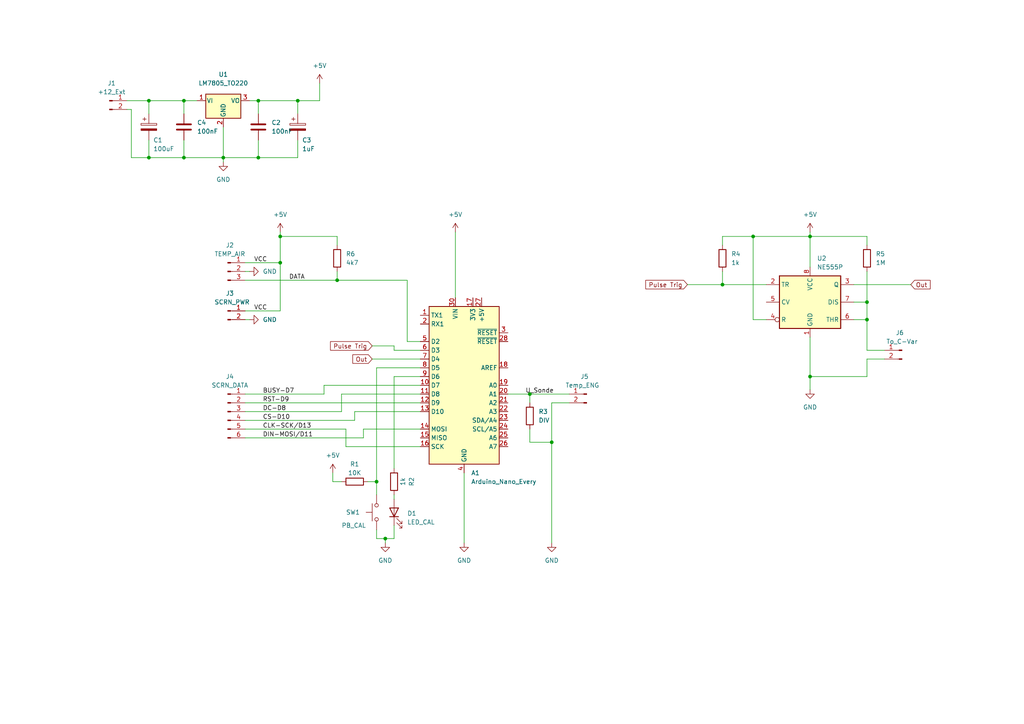
<source format=kicad_sch>
(kicad_sch (version 20211123) (generator eeschema)
  (paper "A4")
  (title_block (title "Open_Dashboard?") (date "2023-05-31") (rev "1") (comment 1 "Distributed under Gnu GPL-3"))
  (lib_symbols
    (symbol "Connector:Conn_01x02_Male" (pin_names (offset 1.016) hide)
      (property "Reference" "J" (at 0 2.54 0))
      (property "Value" "Conn_01x02_Male" (at 0 -5.08 0))
      (symbol "Conn_01x02_Male_1_1"
        (polyline (pts (xy 1.27 -2.54) (xy 0.8636 -2.54)) (stroke (width 0.1524)))
        (polyline (pts (xy 1.27 0) (xy 0.8636 0)) (stroke (width 0.1524)))
        (rectangle (start 0.8636 -2.413) (end 0 -2.667) (stroke (width 0.1524)) (fill (type outline)))
        (rectangle (start 0.8636 0.127) (end 0 -0.127) (stroke (width 0.1524)) (fill (type outline)))
        (pin passive line (at 5.08 0 180) (length 3.81) (name "Pin_1") (number "1"))
        (pin passive line (at 5.08 -2.54 180) (length 3.81) (name "Pin_2") (number "2"))
      )
    )
    (symbol "Connector:Conn_01x03_Male" (pin_names (offset 1.016) hide)
      (property "Reference" "J" (at 0 5.08 0))
      (property "Value" "Conn_01x03_Male" (at 0 -5.08 0))
      (symbol "Conn_01x03_Male_1_1"
        (polyline (pts (xy 1.27 -2.54) (xy 0.8636 -2.54)) (stroke (width 0.1524)))
        (polyline (pts (xy 1.27 0) (xy 0.8636 0)) (stroke (width 0.1524)))
        (polyline (pts (xy 1.27 2.54) (xy 0.8636 2.54)) (stroke (width 0.1524)))
        (rectangle (start 0.8636 -2.413) (end 0 -2.667) (stroke (width 0.1524)) (fill (type outline)))
        (rectangle (start 0.8636 0.127) (end 0 -0.127) (stroke (width 0.1524)) (fill (type outline)))
        (rectangle (start 0.8636 2.667) (end 0 2.413) (stroke (width 0.1524)) (fill (type outline)))
        (pin passive line (at 5.08 2.54 180) (length 3.81) (name "Pin_1") (number "1"))
        (pin passive line (at 5.08 0 180) (length 3.81) (name "Pin_2") (number "2"))
        (pin passive line (at 5.08 -2.54 180) (length 3.81) (name "Pin_3") (number "3"))
      )
    )
    (symbol "Connector:Conn_01x06_Male" (pin_names (offset 1.016) hide)
      (property "Reference" "J" (at 0 7.62 0))
      (property "Value" "Conn_01x06_Male" (at 0 -10.16 0))
      (symbol "Conn_01x06_Male_1_1"
        (polyline (pts (xy 1.27 -7.62) (xy 0.8636 -7.62)) (stroke (width 0.1524)))
        (polyline (pts (xy 1.27 -5.08) (xy 0.8636 -5.08)) (stroke (width 0.1524)))
        (polyline (pts (xy 1.27 -2.54) (xy 0.8636 -2.54)) (stroke (width 0.1524)))
        (polyline (pts (xy 1.27 0) (xy 0.8636 0)) (stroke (width 0.1524)))
        (polyline (pts (xy 1.27 2.54) (xy 0.8636 2.54)) (stroke (width 0.1524)))
        (polyline (pts (xy 1.27 5.08) (xy 0.8636 5.08)) (stroke (width 0.1524)))
        (rectangle (start 0.8636 -7.493) (end 0 -7.747) (stroke (width 0.1524)) (fill (type outline)))
        (rectangle (start 0.8636 -4.953) (end 0 -5.207) (stroke (width 0.1524)) (fill (type outline)))
        (rectangle (start 0.8636 -2.413) (end 0 -2.667) (stroke (width 0.1524)) (fill (type outline)))
        (rectangle (start 0.8636 0.127) (end 0 -0.127) (stroke (width 0.1524)) (fill (type outline)))
        (rectangle (start 0.8636 2.667) (end 0 2.413) (stroke (width 0.1524)) (fill (type outline)))
        (rectangle (start 0.8636 5.207) (end 0 4.953) (stroke (width 0.1524)) (fill (type outline)))
        (pin passive line (at 5.08 5.08 180) (length 3.81) (name "Pin_1") (number "1"))
        (pin passive line (at 5.08 2.54 180) (length 3.81) (name "Pin_2") (number "2"))
        (pin passive line (at 5.08 0 180) (length 3.81) (name "Pin_3") (number "3"))
        (pin passive line (at 5.08 -2.54 180) (length 3.81) (name "Pin_4") (number "4"))
        (pin passive line (at 5.08 -5.08 180) (length 3.81) (name "Pin_5") (number "5"))
        (pin passive line (at 5.08 -7.62 180) (length 3.81) (name "Pin_6") (number "6"))
      )
    )
    (symbol "Device:C" (pin_numbers hide) (pin_names (offset 0.254))
      (property "Reference" "C" (at 0.635 2.54 0))
      (property "Value" "C" (at 0.635 -2.54 0))
      (symbol "C_0_1"
        (polyline (pts (xy -2.032 -0.762) (xy 2.032 -0.762)) (stroke (width 0.508)))
        (polyline (pts (xy -2.032 0.762) (xy 2.032 0.762)) (stroke (width 0.508)))
      )
      (symbol "C_1_1"
        (pin passive line (at 0 3.81 270) (length 2.794) (name "~") (number "1"))
        (pin passive line (at 0 -3.81 90) (length 2.794) (name "~") (number "2"))
      )
    )
    (symbol "Device:C_Polarized" (pin_numbers hide) (pin_names (offset 0.254))
      (property "Reference" "C" (at 0.635 2.54 0))
      (property "Value" "C_Polarized" (at 0.635 -2.54 0))
      (symbol "C_Polarized_0_1"
        (rectangle (start -2.286 0.508) (end 2.286 1.016))
        (polyline (pts (xy -1.778 2.286) (xy -0.762 2.286)))
        (polyline (pts (xy -1.27 2.794) (xy -1.27 1.778)))
        (rectangle (start 2.286 -0.508) (end -2.286 -1.016) (fill (type outline)))
      )
      (symbol "C_Polarized_1_1"
        (pin passive line (at 0 3.81 270) (length 2.794) (name "~") (number "1"))
        (pin passive line (at 0 -3.81 90) (length 2.794) (name "~") (number "2"))
      )
    )
    (symbol "Device:LED" (pin_numbers hide) (pin_names (offset 1.016) hide)
      (property "Reference" "D" (at 0 2.54 0))
      (property "Value" "LED" (at 0 -2.54 0))
      (symbol "LED_0_1"
        (polyline (pts (xy -1.27 -1.27) (xy -1.27 1.27)) (stroke (width 0.254)))
        (polyline (pts (xy -1.27 0) (xy 1.27 0)))
        (polyline (pts (xy 1.27 -1.27) (xy 1.27 1.27) (xy -1.27 0) (xy 1.27 -1.27)) (stroke (width 0.254)))
        (polyline (pts (xy -3.048 -0.762) (xy -4.572 -2.286) (xy -3.81 -2.286) (xy -4.572 -2.286) (xy -4.572 -1.524)))
        (polyline (pts (xy -1.778 -0.762) (xy -3.302 -2.286) (xy -2.54 -2.286) (xy -3.302 -2.286) (xy -3.302 -1.524)))
      )
      (symbol "LED_1_1"
        (pin passive line (at -3.81 0 0) (length 2.54) (name "K") (number "1"))
        (pin passive line (at 3.81 0 180) (length 2.54) (name "A") (number "2"))
      )
    )
    (symbol "Device:R" (pin_numbers hide) (pin_names (offset 0))
      (property "Reference" "R" (at 2.032 0 90))
      (property "Value" "R" (at 0 0 90))
      (symbol "R_0_1"
        (rectangle (start -1.016 -2.54) (end 1.016 2.54) (stroke (width 0.254)))
      )
      (symbol "R_1_1"
        (pin passive line (at 0 3.81 270) (length 1.27) (name "~") (number "1"))
        (pin passive line (at 0 -3.81 90) (length 1.27) (name "~") (number "2"))
      )
    )
    (symbol "MCU_Module:Arduino_Nano_Every"
      (property "Reference" "A" (at -10.16 23.495 0))
      (property "Value" "Arduino_Nano_Every" (at 5.08 -24.13 0))
      (symbol "Arduino_Nano_Every_0_1"
        (rectangle (start -10.16 22.86) (end 10.16 -22.86) (stroke (width 0.254)) (fill (type background)))
      )
      (symbol "Arduino_Nano_Every_1_1"
        (pin bidirectional line (at -12.7 20.32 0) (length 2.54) (name "TX1") (number "1"))
        (pin bidirectional line (at -12.7 0 0) (length 2.54) (name "D7") (number "10"))
        (pin bidirectional line (at -12.7 -2.54 0) (length 2.54) (name "D8") (number "11"))
        (pin bidirectional line (at -12.7 -5.08 0) (length 2.54) (name "D9") (number "12"))
        (pin bidirectional line (at -12.7 -7.62 0) (length 2.54) (name "D10") (number "13"))
        (pin bidirectional line (at -12.7 -12.7 0) (length 2.54) (name "MOSI") (number "14"))
        (pin bidirectional line (at -12.7 -15.24 0) (length 2.54) (name "MISO") (number "15"))
        (pin bidirectional line (at -12.7 -17.78 0) (length 2.54) (name "SCK") (number "16"))
        (pin power_out line (at 2.54 25.4 270) (length 2.54) (name "3V3") (number "17"))
        (pin input line (at 12.7 5.08 180) (length 2.54) (name "AREF") (number "18"))
        (pin bidirectional line (at 12.7 0 180) (length 2.54) (name "A0") (number "19"))
        (pin bidirectional line (at -12.7 17.78 0) (length 2.54) (name "RX1") (number "2"))
        (pin bidirectional line (at 12.7 -2.54 180) (length 2.54) (name "A1") (number "20"))
        (pin bidirectional line (at 12.7 -5.08 180) (length 2.54) (name "A2") (number "21"))
        (pin bidirectional line (at 12.7 -7.62 180) (length 2.54) (name "A3") (number "22"))
        (pin bidirectional line (at 12.7 -10.16 180) (length 2.54) (name "SDA/A4") (number "23"))
        (pin bidirectional line (at 12.7 -12.7 180) (length 2.54) (name "SCL/A5") (number "24"))
        (pin bidirectional line (at 12.7 -15.24 180) (length 2.54) (name "A6") (number "25"))
        (pin bidirectional line (at 12.7 -17.78 180) (length 2.54) (name "A7") (number "26"))
        (pin power_out line (at 5.08 25.4 270) (length 2.54) (name "+5V") (number "27"))
        (pin input line (at 12.7 12.7 180) (length 2.54) (name "~{RESET}") (number "28"))
        (pin passive line (at 0 -25.4 90) (length 2.54) hide (name "GND") (number "29"))
        (pin input line (at 12.7 15.24 180) (length 2.54) (name "~{RESET}") (number "3"))
        (pin power_in line (at -2.54 25.4 270) (length 2.54) (name "VIN") (number "30"))
        (pin power_in line (at 0 -25.4 90) (length 2.54) (name "GND") (number "4"))
        (pin bidirectional line (at -12.7 12.7 0) (length 2.54) (name "D2") (number "5"))
        (pin bidirectional line (at -12.7 10.16 0) (length 2.54) (name "D3") (number "6"))
        (pin bidirectional line (at -12.7 7.62 0) (length 2.54) (name "D4") (number "7"))
        (pin bidirectional line (at -12.7 5.08 0) (length 2.54) (name "D5") (number "8"))
        (pin bidirectional line (at -12.7 2.54 0) (length 2.54) (name "D6") (number "9"))
      )
    )
    (symbol "Regulator_Linear:LM7805_TO220" (pin_names (offset 0.254))
      (property "Reference" "U" (at -3.81 3.175 0))
      (property "Value" "LM7805_TO220" (at 0 3.175 0))
      (symbol "LM7805_TO220_0_1"
        (rectangle (start -5.08 1.905) (end 5.08 -5.08) (stroke (width 0.254)) (fill (type background)))
      )
      (symbol "LM7805_TO220_1_1"
        (pin power_in line (at -7.62 0 0) (length 2.54) (name "VI") (number "1"))
        (pin power_in line (at 0 -7.62 90) (length 2.54) (name "GND") (number "2"))
        (pin power_out line (at 7.62 0 180) (length 2.54) (name "VO") (number "3"))
      )
    )
    (symbol "Switch:SW_Push" (pin_numbers hide) (pin_names (offset 1.016) hide)
      (property "Reference" "SW" (at 1.27 2.54 0))
      (property "Value" "SW_Push" (at 0 -1.524 0))
      (symbol "SW_Push_0_1"
        (circle (center -2.032 0) (radius 0.508))
        (polyline (pts (xy 0 1.27) (xy 0 3.048)))
        (polyline (pts (xy 2.54 1.27) (xy -2.54 1.27)))
        (circle (center 2.032 0) (radius 0.508))
        (pin passive line (at -5.08 0 0) (length 2.54) (name "1") (number "1"))
        (pin passive line (at 5.08 0 180) (length 2.54) (name "2") (number "2"))
      )
    )
    (symbol "Timer:NE555P"
      (property "Reference" "U" (at -10.16 8.89 0))
      (property "Value" "NE555P" (at 2.54 8.89 0))
      (symbol "NE555P_0_0"
        (pin power_in line (at 0 -10.16 90) (length 2.54) (name "GND") (number "1"))
        (pin power_in line (at 0 10.16 270) (length 2.54) (name "VCC") (number "8"))
      )
      (symbol "NE555P_0_1"
        (rectangle (start -8.89 -7.62) (end 8.89 7.62) (stroke (width 0.254)) (fill (type background)))
        (rectangle (start -8.89 -7.62) (end 8.89 7.62) (stroke (width 0.254)) (fill (type background)))
      )
      (symbol "NE555P_1_1"
        (pin input line (at -12.7 5.08 0) (length 3.81) (name "TR") (number "2"))
        (pin output line (at 12.7 5.08 180) (length 3.81) (name "Q") (number "3"))
        (pin input inverted (at -12.7 -5.08 0) (length 3.81) (name "R") (number "4"))
        (pin input line (at -12.7 0 0) (length 3.81) (name "CV") (number "5"))
        (pin input line (at 12.7 -5.08 180) (length 3.81) (name "THR") (number "6"))
        (pin input line (at 12.7 0 180) (length 3.81) (name "DIS") (number "7"))
      )
    )
    (symbol "power:+5V" (power) (pin_names (offset 0))
      (property "Value" "+5V" (at 0 3.556 0))
      (symbol "+5V_0_1"
        (polyline (pts (xy -0.762 1.27) (xy 0 2.54)))
        (polyline (pts (xy 0 0) (xy 0 2.54)))
        (polyline (pts (xy 0 2.54) (xy 0.762 1.27)))
      )
      (symbol "+5V_1_1"
        (pin power_in line (at 0 0 90) (length 0) hide (name "+5V") (number "1"))
      )
    )
    (symbol "power:GND" (power) (pin_names (offset 0))
      (property "Value" "GND" (at 0 -3.81 0))
      (symbol "GND_0_1"
        (polyline (pts (xy 0 0) (xy 0 -1.27) (xy 1.27 -1.27) (xy 0 -2.54) (xy -1.27 -1.27) (xy 0 -1.27)))
      )
      (symbol "GND_1_1"
        (pin power_in line (at 0 0 270) (length 0) hide (name "GND") (number "1"))
      )
    )
  )
  (junction (at 209.55 82.55))
  (junction (at 74.93 45.72))
  (junction (at 153.67 114.3))
  (junction (at 111.76 156.21))
  (junction (at 53.34 45.72))
  (junction (at 160.02 128.27))
  (junction (at 64.77 45.72))
  (junction (at 109.22 139.7))
  (junction (at 53.34 29.21))
  (junction (at 74.93 29.21))
  (junction (at 81.28 68.58))
  (junction (at 97.79 81.28))
  (junction (at 218.44 68.58))
  (junction (at 234.95 68.58))
  (junction (at 43.18 45.72))
  (junction (at 251.46 92.71))
  (junction (at 251.46 87.63))
  (junction (at 86.36 29.21))
  (junction (at 234.95 109.22))
  (junction (at 81.28 76.2))
  (junction (at 43.18 29.21))
  (wire (pts (xy 86.36 29.21) (xy 86.36 33.02)))
  (wire (pts (xy 251.46 78.74) (xy 251.46 87.63)))
  (wire (pts (xy 153.67 114.3) (xy 165.1 114.3)))
  (wire (pts (xy 134.62 137.16) (xy 134.62 157.48)))
  (wire (pts (xy 64.77 36.83) (xy 64.77 45.72)))
  (wire (pts (xy 99.06 114.3) (xy 121.92 114.3)))
  (wire (pts (xy 81.28 67.31) (xy 81.28 68.58)))
  (wire (pts (xy 118.11 99.06) (xy 121.92 99.06)))
  (wire (pts (xy 100.33 129.54) (xy 100.33 124.46)))
  (wire (pts (xy 118.11 81.28) (xy 118.11 99.06)))
  (wire (pts (xy 71.12 119.38) (xy 99.06 119.38)))
  (wire (pts (xy 72.39 92.71) (xy 71.12 92.71)))
  (wire (pts (xy 218.44 92.71) (xy 218.44 68.58)))
  (wire (pts (xy 111.76 156.21) (xy 111.76 157.48)))
  (wire (pts (xy 71.12 116.84) (xy 121.92 116.84)))
  (wire (pts (xy 106.68 139.7) (xy 109.22 139.7)))
  (wire (pts (xy 165.1 116.84) (xy 160.02 116.84)))
  (wire (pts (xy 234.95 68.58) (xy 251.46 68.58)))
  (wire (pts (xy 102.87 121.92) (xy 102.87 119.38)))
  (wire (pts (xy 97.79 68.58) (xy 81.28 68.58)))
  (wire (pts (xy 121.92 106.68) (xy 109.22 106.68)))
  (wire (pts (xy 86.36 29.21) (xy 92.71 29.21)))
  (wire (pts (xy 100.33 124.46) (xy 71.12 124.46)))
  (wire (pts (xy 97.79 78.74) (xy 97.79 81.28)))
  (wire (pts (xy 251.46 92.71) (xy 251.46 101.6)))
  (wire (pts (xy 43.18 29.21) (xy 43.18 33.02)))
  (wire (pts (xy 160.02 128.27) (xy 160.02 157.48)))
  (wire (pts (xy 247.65 87.63) (xy 251.46 87.63)))
  (wire (pts (xy 160.02 116.84) (xy 160.02 128.27)))
  (wire (pts (xy 43.18 29.21) (xy 53.34 29.21)))
  (wire (pts (xy 114.3 101.6) (xy 121.92 101.6)))
  (wire (pts (xy 93.98 111.76) (xy 121.92 111.76)))
  (wire (pts (xy 81.28 68.58) (xy 81.28 76.2)))
  (wire (pts (xy 38.1 45.72) (xy 43.18 45.72)))
  (wire (pts (xy 111.76 156.21) (xy 114.3 156.21)))
  (wire (pts (xy 93.98 114.3) (xy 93.98 111.76)))
  (wire (pts (xy 109.22 153.67) (xy 109.22 156.21)))
  (wire (pts (xy 109.22 156.21) (xy 111.76 156.21)))
  (wire (pts (xy 97.79 81.28) (xy 118.11 81.28)))
  (wire (pts (xy 99.06 119.38) (xy 99.06 114.3)))
  (wire (pts (xy 251.46 104.14) (xy 251.46 109.22)))
  (wire (pts (xy 114.3 109.22) (xy 114.3 135.89)))
  (wire (pts (xy 209.55 68.58) (xy 218.44 68.58)))
  (wire (pts (xy 36.83 29.21) (xy 43.18 29.21)))
  (wire (pts (xy 251.46 68.58) (xy 251.46 71.12)))
  (wire (pts (xy 53.34 45.72) (xy 64.77 45.72)))
  (wire (pts (xy 199.39 82.55) (xy 209.55 82.55)))
  (wire (pts (xy 114.3 143.51) (xy 114.3 144.78)))
  (wire (pts (xy 92.71 24.13) (xy 92.71 29.21)))
  (wire (pts (xy 222.25 82.55) (xy 209.55 82.55)))
  (wire (pts (xy 218.44 68.58) (xy 234.95 68.58)))
  (wire (pts (xy 96.52 137.16) (xy 96.52 139.7)))
  (wire (pts (xy 74.93 45.72) (xy 64.77 45.72)))
  (wire (pts (xy 71.12 76.2) (xy 81.28 76.2)))
  (wire (pts (xy 43.18 40.64) (xy 43.18 45.72)))
  (wire (pts (xy 114.3 100.33) (xy 114.3 101.6)))
  (wire (pts (xy 71.12 121.92) (xy 102.87 121.92)))
  (wire (pts (xy 43.18 45.72) (xy 53.34 45.72)))
  (wire (pts (xy 147.32 114.3) (xy 153.67 114.3)))
  (wire (pts (xy 251.46 87.63) (xy 251.46 92.71)))
  (wire (pts (xy 251.46 101.6) (xy 256.54 101.6)))
  (wire (pts (xy 38.1 31.75) (xy 38.1 45.72)))
  (wire (pts (xy 71.12 127) (xy 105.41 127)))
  (wire (pts (xy 153.67 128.27) (xy 160.02 128.27)))
  (wire (pts (xy 234.95 67.31) (xy 234.95 68.58)))
  (wire (pts (xy 74.93 29.21) (xy 74.93 33.02)))
  (wire (pts (xy 71.12 114.3) (xy 93.98 114.3)))
  (wire (pts (xy 105.41 124.46) (xy 121.92 124.46)))
  (wire (pts (xy 109.22 106.68) (xy 109.22 139.7)))
  (wire (pts (xy 97.79 71.12) (xy 97.79 68.58)))
  (wire (pts (xy 121.92 129.54) (xy 100.33 129.54)))
  (wire (pts (xy 153.67 114.3) (xy 153.67 116.84)))
  (wire (pts (xy 81.28 90.17) (xy 81.28 76.2)))
  (wire (pts (xy 107.95 104.14) (xy 121.92 104.14)))
  (wire (pts (xy 234.95 68.58) (xy 234.95 77.47)))
  (wire (pts (xy 105.41 127) (xy 105.41 124.46)))
  (wire (pts (xy 209.55 71.12) (xy 209.55 68.58)))
  (wire (pts (xy 109.22 139.7) (xy 109.22 143.51)))
  (wire (pts (xy 251.46 92.71) (xy 247.65 92.71)))
  (wire (pts (xy 74.93 29.21) (xy 86.36 29.21)))
  (wire (pts (xy 53.34 40.64) (xy 53.34 45.72)))
  (wire (pts (xy 132.08 67.31) (xy 132.08 86.36)))
  (wire (pts (xy 121.92 109.22) (xy 114.3 109.22)))
  (wire (pts (xy 71.12 78.74) (xy 72.39 78.74)))
  (wire (pts (xy 256.54 104.14) (xy 251.46 104.14)))
  (wire (pts (xy 234.95 97.79) (xy 234.95 109.22)))
  (wire (pts (xy 153.67 124.46) (xy 153.67 128.27)))
  (wire (pts (xy 251.46 109.22) (xy 234.95 109.22)))
  (wire (pts (xy 86.36 40.64) (xy 86.36 45.72)))
  (wire (pts (xy 74.93 40.64) (xy 74.93 45.72)))
  (wire (pts (xy 222.25 92.71) (xy 218.44 92.71)))
  (wire (pts (xy 53.34 29.21) (xy 57.15 29.21)))
  (wire (pts (xy 102.87 119.38) (xy 121.92 119.38)))
  (wire (pts (xy 71.12 81.28) (xy 97.79 81.28)))
  (wire (pts (xy 53.34 29.21) (xy 53.34 33.02)))
  (wire (pts (xy 107.95 100.33) (xy 114.3 100.33)))
  (wire (pts (xy 64.77 45.72) (xy 64.77 46.99)))
  (wire (pts (xy 247.65 82.55) (xy 264.16 82.55)))
  (wire (pts (xy 74.93 45.72) (xy 86.36 45.72)))
  (wire (pts (xy 96.52 139.7) (xy 99.06 139.7)))
  (wire (pts (xy 209.55 78.74) (xy 209.55 82.55)))
  (wire (pts (xy 114.3 152.4) (xy 114.3 156.21)))
  (wire (pts (xy 71.12 90.17) (xy 81.28 90.17)))
  (wire (pts (xy 234.95 109.22) (xy 234.95 113.03)))
  (wire (pts (xy 72.39 29.21) (xy 74.93 29.21)))
  (wire (pts (xy 36.83 31.75) (xy 38.1 31.75)))
  (label "DIN-MOSI{slash}D11" (at 76.2 127 0))
  (label "U_Sonde" (at 152.4 114.3 0))
  (label "BUSY-D7" (at 76.2 114.3 0))
  (label "CS-D10" (at 76.2 121.92 0))
  (label "DATA" (at 83.82 81.28 0))
  (label "CLK-SCK{slash}D13" (at 76.2 124.46 0))
  (label "VCC" (at 73.66 76.2 0))
  (label "VCC" (at 73.66 90.17 0))
  (label "RST-D9" (at 76.2 116.84 0))
  (label "DC-D8" (at 76.2 119.38 0))
  (global_label "Pulse Trig" (shape input) (at 199.39 82.55 180) (property "Intersheet References" "${INTERSHEET_REFS}" (effects hide)))
  (global_label "Out" (shape input) (at 264.16 82.55 0) (property "Intersheet References" "${INTERSHEET_REFS}" (effects hide)))
  (global_label "Out" (shape input) (at 107.95 104.14 180) (property "Intersheet References" "${INTERSHEET_REFS}" (effects hide)))
  (global_label "Pulse Trig" (shape input) (at 107.95 100.33 180) (property "Intersheet References" "${INTERSHEET_REFS}" (effects hide)))
  (symbol (lib_id "power:GND") (at 64.77 46.99 0) (unit 1)
    (property "Reference" "#PWR01" (effects hide))
    (property "Value" "GND" (at 64.77 52.07 0))
  )
  (symbol (lib_id "Connector:Conn_01x02_Male") (at 261.62 101.6 0) (mirror y) (unit 1)
    (property "Reference" "J6" (at 260.985 96.52 0))
    (property "Value" "To_C-Var" (at 261.62 99.06 0))
    (property "Footprint" "Connector_PinHeader_2.54mm:PinHeader_1x02_P2.54mm_Vertical" (effects hide))
  )
  (symbol (lib_id "power:GND") (at 160.02 157.48 0) (unit 1)
    (property "Reference" "#PWR010" (effects hide))
    (property "Value" "GND" (at 160.02 162.56 0))
  )
  (symbol (lib_id "Connector:Conn_01x02_Male") (at 31.75 29.21 0) (unit 1)
    (property "Reference" "J1" (at 32.385 24.13 0))
    (property "Value" "+12_Ext" (at 32.385 26.67 0))
    (property "Footprint" "Connector_PinHeader_2.54mm:PinHeader_1x02_P2.54mm_Vertical" (effects hide))
  )
  (symbol (lib_id "power:GND") (at 134.62 157.48 0) (unit 1)
    (property "Reference" "#PWR09" (effects hide))
    (property "Value" "GND" (at 134.62 162.56 0))
  )
  (symbol (lib_id "Device:R") (at 251.46 74.93 0) (unit 1)
    (property "Reference" "R5" (at 254 73.6599 0) (effects (justify left)))
    (property "Value" "1M" (at 254 76.1999 0) (effects (justify left)))
    (property "Footprint" "Resistor_THT:R_Axial_DIN0207_L6.3mm_D2.5mm_P7.62mm_Horizontal" (effects hide))
  )
  (symbol (lib_id "power:+5V") (at 132.08 67.31 0) (unit 1)
    (property "Reference" "#PWR08" (effects hide))
    (property "Value" "+5V" (at 132.08 62.23 0))
  )
  (symbol (lib_id "MCU_Module:Arduino_Nano_Every") (at 134.62 111.76 0) (unit 1)
    (property "Reference" "A1" (at 136.6394 137.16 0) (effects (justify left)))
    (property "Value" "Arduino_Nano_Every" (at 136.6394 139.7 0) (effects (justify left)))
    (property "Footprint" "Module:Arduino_Nano" (effects hide))
    (property "Datasheet" "https://content.arduino.cc/assets/NANOEveryV3.0_sch.pdf" (effects hide))
  )
  (symbol (lib_id "power:+5V") (at 234.95 67.31 0) (unit 1)
    (property "Reference" "#PWR011" (effects hide))
    (property "Value" "+5V" (at 234.95 62.23 0))
  )
  (symbol (lib_id "Connector:Conn_01x03_Male") (at 66.04 78.74 0) (unit 1)
    (property "Reference" "J2" (at 66.675 71.12 0))
    (property "Value" "TEMP_AIR" (at 66.675 73.66 0))
    (property "Footprint" "Connector_PinHeader_2.54mm:PinHeader_1x03_P2.54mm_Vertical" (effects hide))
  )
  (symbol (lib_id "power:GND") (at 72.39 78.74 90) (unit 1)
    (property "Reference" "#PWR02" (effects hide))
    (property "Value" "GND" (at 76.2 78.7399 90) (effects (justify right)))
  )
  (symbol (lib_id "Device:R") (at 102.87 139.7 90) (unit 1)
    (property "Reference" "R1" (at 102.87 134.62 90))
    (property "Value" "10K" (at 102.87 137.16 90))
    (property "Footprint" "Resistor_THT:R_Axial_DIN0207_L6.3mm_D2.5mm_P7.62mm_Horizontal" (effects hide))
  )
  (symbol (lib_id "Device:C") (at 53.34 36.83 0) (unit 1)
    (property "Reference" "C4" (at 57.15 35.5599 0) (effects (justify left)))
    (property "Value" "100nF" (at 57.15 38.0999 0) (effects (justify left)))
    (property "Footprint" "Capacitor_THT:C_Disc_D4.3mm_W1.9mm_P5.00mm" (effects hide))
  )
  (symbol (lib_id "power:GND") (at 72.39 92.71 90) (unit 1)
    (property "Reference" "#PWR03" (effects hide))
    (property "Value" "GND" (at 76.2 92.7099 90) (effects (justify right)))
  )
  (symbol (lib_id "Device:C") (at 74.93 36.83 0) (unit 1)
    (property "Reference" "C2" (at 78.74 35.5599 0) (effects (justify left)))
    (property "Value" "100nF" (at 78.74 38.0999 0) (effects (justify left)))
    (property "Footprint" "Capacitor_THT:C_Disc_D4.3mm_W1.9mm_P5.00mm" (effects hide))
  )
  (symbol (lib_id "power:+5V") (at 96.52 137.16 0) (unit 1)
    (property "Reference" "#PWR06" (effects hide))
    (property "Value" "+5V" (at 96.52 132.08 0))
  )
  (symbol (lib_id "Connector:Conn_01x06_Male") (at 66.04 119.38 0) (unit 1)
    (property "Reference" "J4" (at 66.675 109.22 0))
    (property "Value" "SCRN_DATA" (at 66.675 111.76 0))
    (property "Footprint" "Connector_PinHeader_2.54mm:PinHeader_1x06_P2.54mm_Vertical" (effects hide))
  )
  (symbol (lib_id "Device:LED") (at 114.3 148.59 90) (unit 1)
    (property "Reference" "D1" (at 118.11 148.9074 90) (effects (justify right)))
    (property "Value" "LED_CAL" (at 118.11 151.4474 90) (effects (justify right)))
    (property "Footprint" "LED_THT:LED_D3.0mm" (effects hide))
  )
  (symbol (lib_id "Timer:NE555P") (at 234.95 87.63 0) (unit 1)
    (property "Reference" "U2" (at 236.9694 74.93 0) (effects (justify left)))
    (property "Value" "NE555P" (at 236.9694 77.47 0) (effects (justify left)))
    (property "Footprint" "Package_DIP:DIP-8_W7.62mm" (effects hide))
    (property "Datasheet" "http://www.ti.com/lit/ds/symlink/ne555.pdf" (effects hide))
  )
  (symbol (lib_id "power:GND") (at 111.76 157.48 0) (unit 1)
    (property "Reference" "#PWR07" (effects hide))
    (property "Value" "GND" (at 111.76 162.56 0))
  )
  (symbol (lib_id "Device:R") (at 153.67 120.65 0) (unit 1)
    (property "Reference" "R3" (at 156.21 119.3799 0) (effects (justify left)))
    (property "Value" "DIV" (at 156.21 121.92 0) (effects (justify left)))
    (property "Footprint" "Resistor_THT:R_Axial_DIN0207_L6.3mm_D2.5mm_P7.62mm_Horizontal" (effects hide))
  )
  (symbol (lib_id "power:+5V") (at 92.71 24.13 0) (unit 1)
    (property "Reference" "#PWR05" (effects hide))
    (property "Value" "+5V" (at 92.71 19.05 0))
  )
  (symbol (lib_id "power:GND") (at 234.95 113.03 0) (unit 1)
    (property "Reference" "#PWR012" (effects hide))
    (property "Value" "GND" (at 234.95 118.11 0))
  )
  (symbol (lib_id "Connector:Conn_01x02_Male") (at 66.04 90.17 0) (unit 1)
    (property "Reference" "J3" (at 66.675 85.09 0))
    (property "Value" "SCRN_PWR" (at 67.31 87.63 0))
    (property "Footprint" "Connector_PinHeader_2.54mm:PinHeader_1x02_P2.54mm_Vertical" (effects hide))
  )
  (symbol (lib_id "Switch:SW_Push") (at 109.22 148.59 90) (unit 1)
    (property "Reference" "SW1" (at 100.33 148.59 90) (effects (justify right)))
    (property "Value" "PB_CAL" (at 99.06 152.4 90) (effects (justify right)))
    (property "Footprint" "Button_Switch_THT:SW_PUSH_6mm_H4.3mm" (effects hide))
  )
  (symbol (lib_id "Connector:Conn_01x02_Male") (at 170.18 114.3 0) (mirror y) (unit 1)
    (property "Reference" "J5" (at 169.545 109.22 0))
    (property "Value" "Temp_ENG" (at 168.91 111.76 0))
    (property "Footprint" "Connector_PinHeader_2.54mm:PinHeader_1x02_P2.54mm_Vertical" (effects hide))
  )
  (symbol (lib_id "Device:C_Polarized") (at 86.36 36.83 0) (unit 1)
    (property "Reference" "C3" (at 87.63 40.64 0) (effects (justify left)))
    (property "Value" "1uF" (at 87.63 43.18 0) (effects (justify left)))
    (property "Footprint" "Capacitor_THT:CP_Radial_D5.0mm_P2.50mm" (effects hide))
  )
  (symbol (lib_id "Regulator_Linear:LM7805_TO220") (at 64.77 29.21 0) (unit 1)
    (property "Reference" "U1" (at 64.77 21.59 0))
    (property "Value" "LM7805_TO220" (at 64.77 24.13 0))
    (property "Footprint" "Package_TO_SOT_THT:TO-220-3_Vertical" (effects hide))
    (property "Datasheet" "https://www.onsemi.cn/PowerSolutions/document/MC7800-D.PDF" (effects hide))
  )
  (symbol (lib_id "Device:R") (at 209.55 74.93 0) (unit 1)
    (property "Reference" "R4" (at 212.09 73.6599 0) (effects (justify left)))
    (property "Value" "1k" (at 212.09 76.1999 0) (effects (justify left)))
    (property "Footprint" "Resistor_THT:R_Axial_DIN0207_L6.3mm_D2.5mm_P7.62mm_Horizontal" (effects hide))
  )
  (symbol (lib_id "power:+5V") (at 81.28 67.31 0) (unit 1)
    (property "Reference" "#PWR04" (effects hide))
    (property "Value" "+5V" (at 81.28 62.23 0))
  )
  (symbol (lib_id "Device:R") (at 114.3 139.7 0) (unit 1)
    (property "Reference" "R2" (at 119.38 139.7 90))
    (property "Value" "1k" (at 116.84 139.7 90))
    (property "Footprint" "Resistor_THT:R_Axial_DIN0207_L6.3mm_D2.5mm_P7.62mm_Horizontal" (effects hide))
  )
  (symbol (lib_id "Device:R") (at 97.79 74.93 0) (unit 1)
    (property "Reference" "R6" (at 100.33 73.6599 0) (effects (justify left)))
    (property "Value" "4k7" (at 100.33 76.1999 0) (effects (justify left)))
    (property "Footprint" "Resistor_THT:R_Axial_DIN0207_L6.3mm_D2.5mm_P7.62mm_Horizontal" (effects hide))
  )
  (symbol (lib_id "Device:C_Polarized") (at 43.18 36.83 0) (unit 1)
    (property "Reference" "C1" (at 44.45 40.64 0) (effects (justify left)))
    (property "Value" "100uF" (at 44.45 43.18 0) (effects (justify left)))
    (property "Footprint" "Capacitor_THT:CP_Radial_D7.5mm_P2.50mm" (effects hide))
  )
)
</source>
